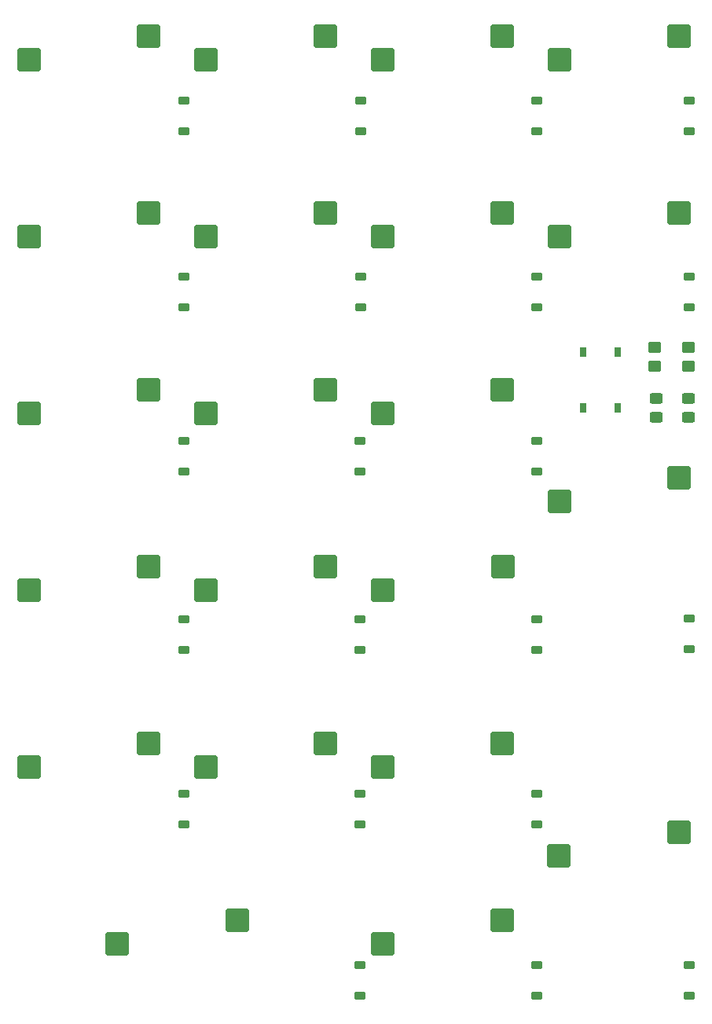
<source format=gbr>
%TF.GenerationSoftware,KiCad,Pcbnew,7.0.11*%
%TF.CreationDate,2025-01-24T11:41:37+01:00*%
%TF.ProjectId,Numpad1,4e756d70-6164-4312-9e6b-696361645f70,rev?*%
%TF.SameCoordinates,Original*%
%TF.FileFunction,Paste,Bot*%
%TF.FilePolarity,Positive*%
%FSLAX46Y46*%
G04 Gerber Fmt 4.6, Leading zero omitted, Abs format (unit mm)*
G04 Created by KiCad (PCBNEW 7.0.11) date 2025-01-24 11:41:37*
%MOMM*%
%LPD*%
G01*
G04 APERTURE LIST*
G04 Aperture macros list*
%AMRoundRect*
0 Rectangle with rounded corners*
0 $1 Rounding radius*
0 $2 $3 $4 $5 $6 $7 $8 $9 X,Y pos of 4 corners*
0 Add a 4 corners polygon primitive as box body*
4,1,4,$2,$3,$4,$5,$6,$7,$8,$9,$2,$3,0*
0 Add four circle primitives for the rounded corners*
1,1,$1+$1,$2,$3*
1,1,$1+$1,$4,$5*
1,1,$1+$1,$6,$7*
1,1,$1+$1,$8,$9*
0 Add four rect primitives between the rounded corners*
20,1,$1+$1,$2,$3,$4,$5,0*
20,1,$1+$1,$4,$5,$6,$7,0*
20,1,$1+$1,$6,$7,$8,$9,0*
20,1,$1+$1,$8,$9,$2,$3,0*%
G04 Aperture macros list end*
%ADD10RoundRect,0.250000X-1.025000X-1.000000X1.025000X-1.000000X1.025000X1.000000X-1.025000X1.000000X0*%
%ADD11RoundRect,0.250000X-0.450000X0.325000X-0.450000X-0.325000X0.450000X-0.325000X0.450000X0.325000X0*%
%ADD12R,0.700000X1.000000*%
%ADD13RoundRect,0.225000X0.375000X-0.225000X0.375000X0.225000X-0.375000X0.225000X-0.375000X-0.225000X0*%
%ADD14RoundRect,0.250000X0.450000X-0.350000X0.450000X0.350000X-0.450000X0.350000X-0.450000X-0.350000X0*%
G04 APERTURE END LIST*
D10*
%TO.C,SW18*%
X81377500Y-140947500D03*
X94304500Y-138407500D03*
%TD*%
%TO.C,SW15*%
X100432153Y-112361620D03*
X113359153Y-109821620D03*
%TD*%
%TO.C,SW6*%
X62327500Y-83797500D03*
X75254500Y-81257500D03*
%TD*%
%TO.C,SW13*%
X62327500Y-121900000D03*
X75254500Y-119360000D03*
%TD*%
%TO.C,SW8*%
X100427500Y-83797500D03*
X113354500Y-81257500D03*
%TD*%
%TO.C,SW16*%
X43277500Y-140947500D03*
X56204500Y-138407500D03*
%TD*%
%TO.C,SW12*%
X43277500Y-121900000D03*
X56204500Y-119360000D03*
%TD*%
%TO.C,SW14*%
X81415000Y-121900000D03*
X94342000Y-119360000D03*
%TD*%
%TO.C,SW19*%
X52802500Y-159997500D03*
X65729500Y-157457500D03*
%TD*%
%TO.C,SW17*%
X62327500Y-140947500D03*
X75254500Y-138407500D03*
%TD*%
%TO.C,SW10*%
X62327500Y-102847500D03*
X75254500Y-100307500D03*
%TD*%
%TO.C,SW2*%
X62327500Y-64747500D03*
X75254500Y-62207500D03*
%TD*%
%TO.C,SW7*%
X81377500Y-83797500D03*
X94304500Y-81257500D03*
%TD*%
%TO.C,SW11*%
X81377500Y-102847500D03*
X94304500Y-100307500D03*
%TD*%
%TO.C,SW20*%
X81377500Y-159997500D03*
X94304500Y-157457500D03*
%TD*%
%TO.C,SW4*%
X100427500Y-64747500D03*
X113354500Y-62207500D03*
%TD*%
%TO.C,SW21*%
X100400000Y-150500000D03*
X113327000Y-147960000D03*
%TD*%
%TO.C,SW5*%
X43277500Y-83797500D03*
X56204500Y-81257500D03*
%TD*%
%TO.C,SW9*%
X43277500Y-102847500D03*
X56204500Y-100307500D03*
%TD*%
%TO.C,SW1*%
X43277500Y-64747500D03*
X56204500Y-62207500D03*
%TD*%
%TO.C,SW3*%
X81377500Y-64747500D03*
X94304500Y-62207500D03*
%TD*%
D11*
%TO.C,D22*%
X110837500Y-101237500D03*
X110837500Y-103287500D03*
%TD*%
D12*
%TO.C,S1*%
X102987500Y-96262500D03*
X102987500Y-102262500D03*
X106687500Y-96262500D03*
X106687500Y-102262500D03*
%TD*%
D13*
%TO.C,D2*%
X79000000Y-72412500D03*
X79000000Y-69112500D03*
%TD*%
%TO.C,D9*%
X59962500Y-109150000D03*
X59962500Y-105850000D03*
%TD*%
%TO.C,D18*%
X97987500Y-147150000D03*
X97987500Y-143850000D03*
%TD*%
%TO.C,D19*%
X78975000Y-165559100D03*
X78975000Y-162259100D03*
%TD*%
%TO.C,D6*%
X79000000Y-91412500D03*
X79000000Y-88112500D03*
%TD*%
D11*
%TO.C,D23*%
X114337500Y-101237500D03*
X114337500Y-103287500D03*
%TD*%
D13*
%TO.C,D3*%
X98012500Y-72412500D03*
X98012500Y-69112500D03*
%TD*%
%TO.C,D7*%
X98012500Y-91412500D03*
X98012500Y-88112500D03*
%TD*%
%TO.C,D1*%
X59987500Y-72412500D03*
X59987500Y-69112500D03*
%TD*%
%TO.C,D15*%
X114446700Y-128286620D03*
X114446700Y-124986620D03*
%TD*%
%TO.C,D8*%
X114446700Y-91412500D03*
X114446700Y-88112500D03*
%TD*%
%TO.C,D16*%
X59962500Y-147150000D03*
X59962500Y-143850000D03*
%TD*%
%TO.C,D11*%
X97987500Y-109150000D03*
X97987500Y-105850000D03*
%TD*%
%TO.C,D10*%
X78962500Y-109150000D03*
X78962500Y-105850000D03*
%TD*%
D14*
%TO.C,R1*%
X110669567Y-97765703D03*
X110669567Y-95765703D03*
%TD*%
D13*
%TO.C,D5*%
X59987500Y-91412500D03*
X59987500Y-88112500D03*
%TD*%
D14*
%TO.C,R2*%
X114344362Y-97762500D03*
X114344362Y-95762500D03*
%TD*%
D13*
%TO.C,D13*%
X78975000Y-128300000D03*
X78975000Y-125000000D03*
%TD*%
%TO.C,D21*%
X114446700Y-165559100D03*
X114446700Y-162259100D03*
%TD*%
%TO.C,D4*%
X114446700Y-72412500D03*
X114446700Y-69112500D03*
%TD*%
%TO.C,D12*%
X59962500Y-128300000D03*
X59962500Y-125000000D03*
%TD*%
%TO.C,D17*%
X78962500Y-147150000D03*
X78962500Y-143850000D03*
%TD*%
%TO.C,D20*%
X97987500Y-165559100D03*
X97987500Y-162259100D03*
%TD*%
%TO.C,D14*%
X97987500Y-128300000D03*
X97987500Y-125000000D03*
%TD*%
M02*

</source>
